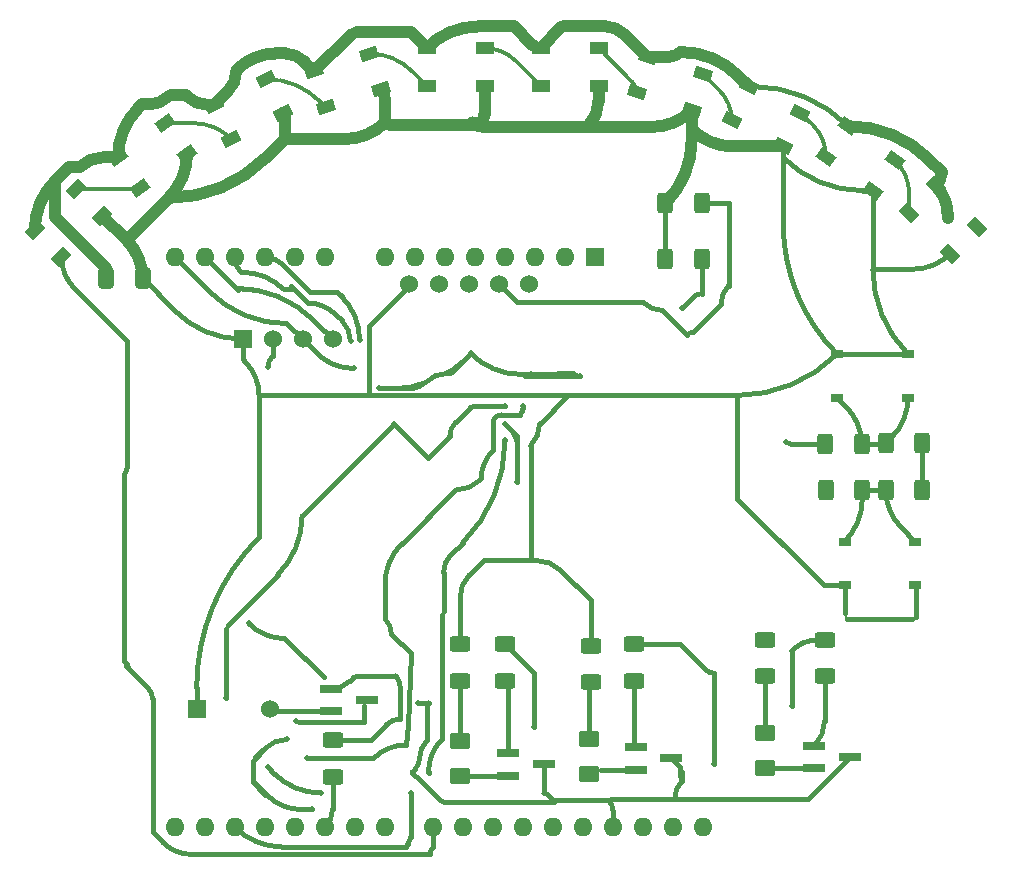
<source format=gbr>
%TF.GenerationSoftware,KiCad,Pcbnew,(5.99.0-13050-gf79cb382c4)*%
%TF.CreationDate,2021-11-18T10:13:38-08:00*%
%TF.ProjectId,S_Alarm,535f416c-6172-46d2-9e6b-696361645f70,rev?*%
%TF.SameCoordinates,Original*%
%TF.FileFunction,Copper,L1,Top*%
%TF.FilePolarity,Positive*%
%FSLAX46Y46*%
G04 Gerber Fmt 4.6, Leading zero omitted, Abs format (unit mm)*
G04 Created by KiCad (PCBNEW (5.99.0-13050-gf79cb382c4)) date 2021-11-18 10:13:38*
%MOMM*%
%LPD*%
G01*
G04 APERTURE LIST*
G04 Aperture macros list*
%AMRoundRect*
0 Rectangle with rounded corners*
0 $1 Rounding radius*
0 $2 $3 $4 $5 $6 $7 $8 $9 X,Y pos of 4 corners*
0 Add a 4 corners polygon primitive as box body*
4,1,4,$2,$3,$4,$5,$6,$7,$8,$9,$2,$3,0*
0 Add four circle primitives for the rounded corners*
1,1,$1+$1,$2,$3*
1,1,$1+$1,$4,$5*
1,1,$1+$1,$6,$7*
1,1,$1+$1,$8,$9*
0 Add four rect primitives between the rounded corners*
20,1,$1+$1,$2,$3,$4,$5,0*
20,1,$1+$1,$4,$5,$6,$7,0*
20,1,$1+$1,$6,$7,$8,$9,0*
20,1,$1+$1,$8,$9,$2,$3,0*%
%AMRotRect*
0 Rectangle, with rotation*
0 The origin of the aperture is its center*
0 $1 length*
0 $2 width*
0 $3 Rotation angle, in degrees counterclockwise*
0 Add horizontal line*
21,1,$1,$2,0,0,$3*%
G04 Aperture macros list end*
%TA.AperFunction,ComponentPad*%
%ADD10R,1.600000X1.600000*%
%TD*%
%TA.AperFunction,ComponentPad*%
%ADD11O,1.600000X1.600000*%
%TD*%
%TA.AperFunction,ComponentPad*%
%ADD12R,1.524000X1.524000*%
%TD*%
%TA.AperFunction,ComponentPad*%
%ADD13C,1.524000*%
%TD*%
%TA.AperFunction,SMDPad,CuDef*%
%ADD14RotRect,1.500000X1.000000X135.000000*%
%TD*%
%TA.AperFunction,SMDPad,CuDef*%
%ADD15RoundRect,0.250001X0.624999X-0.462499X0.624999X0.462499X-0.624999X0.462499X-0.624999X-0.462499X0*%
%TD*%
%TA.AperFunction,SMDPad,CuDef*%
%ADD16RotRect,1.500000X1.000000X198.000000*%
%TD*%
%TA.AperFunction,SMDPad,CuDef*%
%ADD17RoundRect,0.250000X0.412500X0.650000X-0.412500X0.650000X-0.412500X-0.650000X0.412500X-0.650000X0*%
%TD*%
%TA.AperFunction,SMDPad,CuDef*%
%ADD18RoundRect,0.250000X0.400000X0.625000X-0.400000X0.625000X-0.400000X-0.625000X0.400000X-0.625000X0*%
%TD*%
%TA.AperFunction,SMDPad,CuDef*%
%ADD19RoundRect,0.250000X0.625000X-0.400000X0.625000X0.400000X-0.625000X0.400000X-0.625000X-0.400000X0*%
%TD*%
%TA.AperFunction,SMDPad,CuDef*%
%ADD20R,1.000000X0.700000*%
%TD*%
%TA.AperFunction,SMDPad,CuDef*%
%ADD21RoundRect,0.250000X-0.625000X0.400000X-0.625000X-0.400000X0.625000X-0.400000X0.625000X0.400000X0*%
%TD*%
%TA.AperFunction,SMDPad,CuDef*%
%ADD22R,1.900000X0.800000*%
%TD*%
%TA.AperFunction,SMDPad,CuDef*%
%ADD23R,1.500000X1.000000*%
%TD*%
%TA.AperFunction,SMDPad,CuDef*%
%ADD24RotRect,1.500000X1.000000X216.000000*%
%TD*%
%TA.AperFunction,SMDPad,CuDef*%
%ADD25RotRect,1.500000X1.000000X225.000000*%
%TD*%
%TA.AperFunction,SMDPad,CuDef*%
%ADD26RoundRect,0.250000X-0.400000X-0.625000X0.400000X-0.625000X0.400000X0.625000X-0.400000X0.625000X0*%
%TD*%
%TA.AperFunction,SMDPad,CuDef*%
%ADD27RotRect,1.500000X1.000000X207.000000*%
%TD*%
%TA.AperFunction,SMDPad,CuDef*%
%ADD28RotRect,1.500000X1.000000X162.000000*%
%TD*%
%TA.AperFunction,SMDPad,CuDef*%
%ADD29RotRect,1.500000X1.000000X144.000000*%
%TD*%
%TA.AperFunction,SMDPad,CuDef*%
%ADD30RotRect,1.500000X1.000000X153.000000*%
%TD*%
%TA.AperFunction,ViaPad*%
%ADD31C,0.508000*%
%TD*%
%TA.AperFunction,Conductor*%
%ADD32C,0.450000*%
%TD*%
%TA.AperFunction,Conductor*%
%ADD33C,1.000000*%
%TD*%
%TA.AperFunction,Conductor*%
%ADD34C,0.350000*%
%TD*%
%TA.AperFunction,Conductor*%
%ADD35C,0.400000*%
%TD*%
%TA.AperFunction,Conductor*%
%ADD36C,0.152400*%
%TD*%
G04 APERTURE END LIST*
D10*
%TO.P,A1,1,NC*%
%TO.N,unconnected-(A1-Pad1)*%
X126111000Y-50800000D03*
D11*
%TO.P,A1,2,IOREF*%
%TO.N,unconnected-(A1-Pad2)*%
X123571000Y-50800000D03*
%TO.P,A1,3,~{RESET}*%
%TO.N,unconnected-(A1-Pad3)*%
X121031000Y-50800000D03*
%TO.P,A1,4,3V3*%
%TO.N,unconnected-(A1-Pad4)*%
X118491000Y-50800000D03*
%TO.P,A1,5,+5V*%
%TO.N,VDD*%
X115951000Y-50800000D03*
%TO.P,A1,6,GND*%
%TO.N,unconnected-(A1-Pad6)*%
X113411000Y-50800000D03*
%TO.P,A1,7,GND*%
%TO.N,unconnected-(A1-Pad7)*%
X110871000Y-50800000D03*
%TO.P,A1,8,VIN*%
%TO.N,unconnected-(A1-Pad8)*%
X108331000Y-50800000D03*
%TO.P,A1,9,A0*%
%TO.N,unconnected-(A1-Pad9)*%
X103251000Y-50800000D03*
%TO.P,A1,10,A1*%
%TO.N,unconnected-(A1-Pad10)*%
X100711000Y-50800000D03*
%TO.P,A1,11,A2*%
%TO.N,ENTER*%
X98171000Y-50800000D03*
%TO.P,A1,12,A3*%
%TO.N,SELECT*%
X95631000Y-50800000D03*
%TO.P,A1,13,SDA/A4*%
%TO.N,Net-(A1-Pad13)*%
X93091000Y-50800000D03*
%TO.P,A1,14,SCL/A5*%
%TO.N,Net-(A1-Pad14)*%
X90551000Y-50800000D03*
%TO.P,A1,15,D0/RX*%
%TO.N,unconnected-(A1-Pad15)*%
X90551000Y-99060000D03*
%TO.P,A1,16,D1/TX*%
%TO.N,unconnected-(A1-Pad16)*%
X93091000Y-99060000D03*
%TO.P,A1,17,D2*%
%TO.N,GSTR_INT*%
X95631000Y-99060000D03*
%TO.P,A1,18,D3*%
%TO.N,RTC_INT1*%
X98171000Y-99060000D03*
%TO.P,A1,19,D4*%
%TO.N,unconnected-(A1-Pad19)*%
X100711000Y-99060000D03*
%TO.P,A1,20,D5*%
%TO.N,BZR*%
X103251000Y-99060000D03*
%TO.P,A1,21,D6*%
%TO.N,unconnected-(A1-Pad21)*%
X105791000Y-99060000D03*
%TO.P,A1,22,D7*%
%TO.N,unconnected-(A1-Pad22)*%
X108331000Y-99060000D03*
%TO.P,A1,23,D8*%
%TO.N,LED_CNTRL*%
X112391000Y-99060000D03*
%TO.P,A1,24,D9*%
%TO.N,unconnected-(A1-Pad24)*%
X114931000Y-99060000D03*
%TO.P,A1,25,D10*%
%TO.N,PRG_IND*%
X117471000Y-99060000D03*
%TO.P,A1,26,D11*%
%TO.N,PWR_IND*%
X120011000Y-99060000D03*
%TO.P,A1,27,D12*%
%TO.N,unconnected-(A1-Pad27)*%
X122551000Y-99060000D03*
%TO.P,A1,28,D13*%
%TO.N,unconnected-(A1-Pad28)*%
X125091000Y-99060000D03*
%TO.P,A1,29,GND*%
%TO.N,GND*%
X127631000Y-99060000D03*
%TO.P,A1,30,AREF*%
%TO.N,unconnected-(A1-Pad30)*%
X130171000Y-99060000D03*
%TO.P,A1,31,SDA/A4*%
%TO.N,unconnected-(A1-Pad31)*%
X132711000Y-99060000D03*
%TO.P,A1,32,SCL/A5*%
%TO.N,unconnected-(A1-Pad32)*%
X135251000Y-99060000D03*
%TD*%
D12*
%TO.P,DS2,1,VCC*%
%TO.N,VDD*%
X96266000Y-57715000D03*
D13*
%TO.P,DS2,2,GND*%
%TO.N,GND*%
X98806000Y-57715000D03*
%TO.P,DS2,3,SCL*%
%TO.N,Net-(A1-Pad14)*%
X101346000Y-57715000D03*
%TO.P,DS2,4,SDA*%
%TO.N,Net-(A1-Pad13)*%
X103886000Y-57715000D03*
%TD*%
D14*
%TO.P,D3,1,VSS*%
%TO.N,GND*%
X154973959Y-44761218D03*
%TO.P,D3,2,DIN*%
%TO.N,Net-(D3-Pad2)*%
X152711218Y-47023959D03*
%TO.P,D3,3,VDD*%
%TO.N,VDD*%
X156176041Y-50488782D03*
%TO.P,D3,4,DOUT*%
%TO.N,unconnected-(D3-Pad4)*%
X158438782Y-48226041D03*
%TD*%
D15*
%TO.P,D12,1,K*%
%TO.N,Net-(D12-Pad1)*%
X140462000Y-94070500D03*
%TO.P,D12,2,A*%
%TO.N,Net-(D12-Pad2)*%
X140462000Y-91095500D03*
%TD*%
D16*
%TO.P,D9,1,VSS*%
%TO.N,GND*%
X102331484Y-35049401D03*
%TO.P,D9,2,DIN*%
%TO.N,Net-(D6-Pad4)*%
X103320339Y-38092782D03*
%TO.P,D9,3,VDD*%
%TO.N,VDD*%
X107980516Y-36578599D03*
%TO.P,D9,4,DOUT*%
%TO.N,Net-(D11-Pad2)*%
X106991661Y-33535218D03*
%TD*%
D17*
%TO.P,C1,1*%
%TO.N,VDD*%
X87795500Y-52578000D03*
%TO.P,C1,2*%
%TO.N,GND*%
X84670500Y-52578000D03*
%TD*%
D18*
%TO.P,R1,1*%
%TO.N,Net-(A1-Pad13)*%
X135154000Y-46228000D03*
%TO.P,R1,2*%
%TO.N,VDD*%
X132054000Y-46228000D03*
%TD*%
D19*
%TO.P,R7,1*%
%TO.N,Net-(Q3-Pad1)*%
X145542000Y-86259000D03*
%TO.P,R7,2*%
%TO.N,BUP_IND*%
X145542000Y-83159000D03*
%TD*%
D20*
%TO.P,SW2,1,COM_1*%
%TO.N,Net-(R4-Pad1)*%
X152605999Y-62683001D03*
%TO.P,SW2,2,COM_2*%
X146605999Y-62683001D03*
%TO.P,SW2,3,NO_1*%
%TO.N,VDD*%
X152605999Y-58983001D03*
%TO.P,SW2,4,NO_2*%
X146605999Y-58983001D03*
%TD*%
D19*
%TO.P,R6,1*%
%TO.N,Net-(Q2-Pad1)*%
X118491000Y-86640000D03*
%TO.P,R6,2*%
%TO.N,PRG_IND*%
X118491000Y-83540000D03*
%TD*%
D21*
%TO.P,R11,1*%
%TO.N,VDD*%
X114681000Y-83540000D03*
%TO.P,R11,2*%
%TO.N,Net-(D7-Pad2)*%
X114681000Y-86640000D03*
%TD*%
%TO.P,R12,1*%
%TO.N,V_CR3023*%
X140462000Y-83159000D03*
%TO.P,R12,2*%
%TO.N,Net-(D12-Pad2)*%
X140462000Y-86259000D03*
%TD*%
%TO.P,R10,1*%
%TO.N,VDD*%
X125730000Y-83667000D03*
%TO.P,R10,2*%
%TO.N,Net-(D2-Pad2)*%
X125730000Y-86767000D03*
%TD*%
D22*
%TO.P,Q4,1,B*%
%TO.N,Net-(Q4-Pad1)*%
X103783000Y-87315000D03*
%TO.P,Q4,2,C*%
%TO.N,Net-(BZ1-Pad2)*%
X103783000Y-89215000D03*
%TO.P,Q4,3,E*%
%TO.N,GND*%
X106783000Y-88265000D03*
%TD*%
D23*
%TO.P,D13,1,VSS*%
%TO.N,GND*%
X121502000Y-33071000D03*
%TO.P,D13,2,DIN*%
%TO.N,Net-(D11-Pad4)*%
X121502000Y-36271000D03*
%TO.P,D13,3,VDD*%
%TO.N,VDD*%
X126402000Y-36271000D03*
%TO.P,D13,4,DOUT*%
%TO.N,Net-(D10-Pad2)*%
X126402000Y-33071000D03*
%TD*%
D21*
%TO.P,R13,1*%
%TO.N,Net-(Q4-Pad1)*%
X103886000Y-91668000D03*
%TO.P,R13,2*%
%TO.N,BZR*%
X103886000Y-94768000D03*
%TD*%
D22*
%TO.P,Q2,1,B*%
%TO.N,Net-(Q2-Pad1)*%
X118769000Y-92776000D03*
%TO.P,Q2,2,C*%
%TO.N,Net-(D7-Pad1)*%
X118769000Y-94676000D03*
%TO.P,Q2,3,E*%
%TO.N,GND*%
X121769000Y-93726000D03*
%TD*%
D24*
%TO.P,D4,1,VSS*%
%TO.N,GND*%
X85723452Y-42309647D03*
%TO.P,D4,2,DIN*%
%TO.N,Net-(D1-Pad4)*%
X87604365Y-44898501D03*
%TO.P,D4,3,VDD*%
%TO.N,VDD*%
X91568548Y-42018353D03*
%TO.P,D4,4,DOUT*%
%TO.N,Net-(D4-Pad4)*%
X89687635Y-39429499D03*
%TD*%
D25*
%TO.P,D1,1,VSS*%
%TO.N,GND*%
X78670218Y-48480041D03*
%TO.P,D1,2,DIN*%
%TO.N,LED_CNTRL*%
X80932959Y-50742782D03*
%TO.P,D1,3,VDD*%
%TO.N,VDD*%
X84397782Y-47277959D03*
%TO.P,D1,4,DOUT*%
%TO.N,Net-(D1-Pad4)*%
X82135041Y-45015218D03*
%TD*%
D18*
%TO.P,R3,1*%
%TO.N,Net-(R3-Pad1)*%
X148739000Y-70485003D03*
%TO.P,R3,2*%
%TO.N,ENTER*%
X145639000Y-70485003D03*
%TD*%
D23*
%TO.P,D11,1,VSS*%
%TO.N,GND*%
X111850000Y-33071000D03*
%TO.P,D11,2,DIN*%
%TO.N,Net-(D11-Pad2)*%
X111850000Y-36271000D03*
%TO.P,D11,3,VDD*%
%TO.N,VDD*%
X116750000Y-36271000D03*
%TO.P,D11,4,DOUT*%
%TO.N,Net-(D11-Pad4)*%
X116750000Y-33071000D03*
%TD*%
D26*
%TO.P,R9,1*%
%TO.N,Net-(R4-Pad1)*%
X150719000Y-66548002D03*
%TO.P,R9,2*%
%TO.N,GND*%
X153819000Y-66548002D03*
%TD*%
D27*
%TO.P,D6,1,VSS*%
%TO.N,GND*%
X93864649Y-37913666D03*
%TO.P,D6,2,DIN*%
%TO.N,Net-(D4-Pad4)*%
X95317419Y-40764887D03*
%TO.P,D6,3,VDD*%
%TO.N,VDD*%
X99683351Y-38540334D03*
%TO.P,D6,4,DOUT*%
%TO.N,Net-(D6-Pad4)*%
X98230581Y-35689113D03*
%TD*%
D19*
%TO.P,R5,1*%
%TO.N,Net-(Q1-Pad1)*%
X129413000Y-86640000D03*
%TO.P,R5,2*%
%TO.N,PWR_IND*%
X129413000Y-83540000D03*
%TD*%
D28*
%TO.P,D10,1,VSS*%
%TO.N,GND*%
X130625339Y-33789218D03*
%TO.P,D10,2,DIN*%
%TO.N,Net-(D10-Pad2)*%
X129636484Y-36832599D03*
%TO.P,D10,3,VDD*%
%TO.N,VDD*%
X134296661Y-38346782D03*
%TO.P,D10,4,DOUT*%
%TO.N,Net-(D10-Pad4)*%
X135285516Y-35303401D03*
%TD*%
D29*
%TO.P,D5,1,VSS*%
%TO.N,GND*%
X147548365Y-39683499D03*
%TO.P,D5,2,DIN*%
%TO.N,Net-(D5-Pad2)*%
X145667452Y-42272353D03*
%TO.P,D5,3,VDD*%
%TO.N,VDD*%
X149631635Y-45152501D03*
%TO.P,D5,4,DOUT*%
%TO.N,Net-(D3-Pad2)*%
X151512548Y-42563647D03*
%TD*%
D26*
%TO.P,R8,1*%
%TO.N,Net-(R3-Pad1)*%
X150719001Y-70485003D03*
%TO.P,R8,2*%
%TO.N,GND*%
X153819001Y-70485003D03*
%TD*%
D15*
%TO.P,D2,1,K*%
%TO.N,Net-(D2-Pad1)*%
X125603000Y-94578500D03*
%TO.P,D2,2,A*%
%TO.N,Net-(D2-Pad2)*%
X125603000Y-91603500D03*
%TD*%
D18*
%TO.P,R4,1*%
%TO.N,Net-(R4-Pad1)*%
X148682002Y-66617003D03*
%TO.P,R4,2*%
%TO.N,SELECT*%
X145582002Y-66617003D03*
%TD*%
%TO.P,R2,1*%
%TO.N,Net-(A1-Pad14)*%
X135154000Y-50927000D03*
%TO.P,R2,2*%
%TO.N,VDD*%
X132054000Y-50927000D03*
%TD*%
D30*
%TO.P,D8,1,VSS*%
%TO.N,GND*%
X139132419Y-36324113D03*
%TO.P,D8,2,DIN*%
%TO.N,Net-(D10-Pad4)*%
X137679649Y-39175334D03*
%TO.P,D8,3,VDD*%
%TO.N,VDD*%
X142045581Y-41399887D03*
%TO.P,D8,4,DOUT*%
%TO.N,Net-(D5-Pad2)*%
X143498351Y-38548666D03*
%TD*%
D15*
%TO.P,D7,1,K*%
%TO.N,Net-(D7-Pad1)*%
X114681000Y-94705500D03*
%TO.P,D7,2,A*%
%TO.N,Net-(D7-Pad2)*%
X114681000Y-91730500D03*
%TD*%
D22*
%TO.P,Q3,1,B*%
%TO.N,Net-(Q3-Pad1)*%
X144677000Y-92141000D03*
%TO.P,Q3,2,C*%
%TO.N,Net-(D12-Pad1)*%
X144677000Y-94041000D03*
%TO.P,Q3,3,E*%
%TO.N,GND*%
X147677000Y-93091000D03*
%TD*%
D13*
%TO.P,U1,1,VIN*%
%TO.N,VDD*%
X110395000Y-53086000D03*
%TO.P,U1,2,GND*%
%TO.N,GND*%
X112935000Y-53086000D03*
%TO.P,U1,3,SCL*%
%TO.N,Net-(A1-Pad14)*%
X115475000Y-53086000D03*
%TO.P,U1,4,SDA*%
%TO.N,Net-(A1-Pad13)*%
X118015000Y-53086000D03*
%TO.P,U1,5,INT*%
%TO.N,GSTR_INT*%
X120555000Y-53086000D03*
%TD*%
D12*
%TO.P,BZ1,1,-*%
%TO.N,VDD*%
X92377000Y-89027000D03*
D13*
%TO.P,BZ1,2,+*%
%TO.N,Net-(BZ1-Pad2)*%
X98627000Y-89027000D03*
%TD*%
D22*
%TO.P,Q1,1,B*%
%TO.N,Net-(Q1-Pad1)*%
X129564000Y-92268000D03*
%TO.P,Q1,2,C*%
%TO.N,Net-(D2-Pad1)*%
X129564000Y-94168000D03*
%TO.P,Q1,3,E*%
%TO.N,GND*%
X132564000Y-93218000D03*
%TD*%
D20*
%TO.P,SW1,1,COM_1*%
%TO.N,Net-(R3-Pad1)*%
X147237000Y-74858000D03*
%TO.P,SW1,2,COM_2*%
X153237000Y-74858000D03*
%TO.P,SW1,3,NO_1*%
%TO.N,VDD*%
X147237000Y-78558000D03*
%TO.P,SW1,4,NO_2*%
X153237000Y-78558000D03*
%TD*%
D31*
%TO.N,GSTR_INT*%
X112014000Y-94488000D03*
X110490000Y-96139000D03*
X118491000Y-66294000D03*
%TO.N,VDD*%
X98425000Y-93980000D03*
X102870000Y-96139000D03*
%TO.N,PRG_IND*%
X120904000Y-90551000D03*
%TO.N,PWR_IND*%
X136144000Y-93726000D03*
%TO.N,ENTER*%
X119507000Y-69850000D03*
X118491000Y-64897000D03*
X145796000Y-70612000D03*
X106172000Y-57785000D03*
%TO.N,SELECT*%
X105410000Y-57912000D03*
X142240000Y-66421000D03*
%TO.N,Net-(A1-Pad13)*%
X118491000Y-63373000D03*
X94869000Y-88138000D03*
X109093000Y-64897000D03*
%TO.N,GND*%
X100800000Y-90081000D03*
X155956000Y-47498000D03*
X111125000Y-88519000D03*
X153819000Y-66548002D03*
X84670500Y-52578000D03*
X106783000Y-88265000D03*
X98425000Y-60071000D03*
%TO.N,Net-(A1-Pad14)*%
X101727000Y-93218000D03*
X120015000Y-63373000D03*
X120650000Y-60706000D03*
X124841000Y-60833000D03*
X115570000Y-58928000D03*
X133477000Y-55118000D03*
X105664000Y-60198000D03*
X107823000Y-61849000D03*
%TO.N,V_CR3023*%
X103162500Y-86360000D03*
X96774000Y-81788000D03*
X140462000Y-83159000D03*
%TO.N,BUP_IND*%
X100000000Y-91610000D03*
X102108000Y-97536000D03*
X142748000Y-88773000D03*
%TD*%
D32*
%TO.N,VDD*%
X142045581Y-42358419D02*
G75*
G03*
X148791091Y-45152501I6745510J6745510D01*
G01*
X149631635Y-45152501D02*
X148791091Y-45152501D01*
X142045581Y-42358419D02*
X142045581Y-47973179D01*
X142045581Y-41399887D02*
X142045581Y-42358419D01*
X146605999Y-58983001D02*
X152605999Y-58983001D01*
X153005044Y-51802252D02*
X149631635Y-51802252D01*
X153005044Y-51802252D02*
G75*
G03*
X156176041Y-50488782I0J4484466D01*
G01*
X152605999Y-58983001D02*
G75*
G02*
X149631635Y-51802252I7180738J7180745D01*
G01*
X149631635Y-45152501D02*
X149631635Y-51802252D01*
X146605999Y-58983001D02*
G75*
G02*
X142045581Y-47973179I11009813J11009819D01*
G01*
X96266000Y-57715000D02*
G75*
G02*
X90575359Y-55357859I-2J8047775D01*
G01*
X87795500Y-52578000D02*
X90575359Y-55357859D01*
%TO.N,Net-(A1-Pad14)*%
X110236000Y-90424000D02*
X110515889Y-84390501D01*
X110109000Y-92075000D02*
X110236000Y-90424000D01*
%TO.N,Net-(Q4-Pad1)*%
X103783000Y-87315000D02*
G75*
G03*
X105363782Y-86660218I1J2235559D01*
G01*
X105664000Y-86360000D02*
G75*
G02*
X105970605Y-86233000I306605J-306604D01*
G01*
X109220000Y-86233000D02*
X105970605Y-86233000D01*
X109220000Y-86233000D02*
G75*
G02*
X109601000Y-87152815I-919808J-919812D01*
G01*
X105664000Y-86360000D02*
X105363782Y-86660218D01*
X109601000Y-89885185D02*
X109601000Y-87152815D01*
%TO.N,GND*%
X110647816Y-94435395D02*
X111252000Y-95039580D01*
X110647816Y-94435395D02*
G75*
G02*
X110617000Y-94361000I74392J74395D01*
G01*
X110899171Y-94078828D02*
X110617000Y-94361000D01*
X110899171Y-94078828D02*
G75*
G03*
X111252000Y-93227025I-851796J851801D01*
G01*
X112014000Y-88519000D02*
X111125000Y-88519000D01*
X111887000Y-91694000D02*
X111887000Y-88825605D01*
X112014000Y-88519000D02*
G75*
G03*
X111887000Y-88825605I306604J-306605D01*
G01*
X111887000Y-91694000D02*
G75*
G03*
X111252000Y-93227025I1533024J-1533025D01*
G01*
%TO.N,Net-(A1-Pad13)*%
X113813791Y-65938528D02*
G75*
G02*
X114296264Y-64773736I1647263J0D01*
G01*
X115570000Y-63500000D02*
G75*
G02*
X115876605Y-63373000I306605J-306604D01*
G01*
X115570000Y-63500000D02*
X114296264Y-64773736D01*
X118491000Y-63373000D02*
X115876605Y-63373000D01*
%TO.N,Net-(A1-Pad14)*%
X118215210Y-64135000D02*
X119761000Y-64135000D01*
X120015000Y-63521790D02*
G75*
G02*
X119761000Y-64135000I-867199J-4D01*
G01*
X120015000Y-63521790D02*
X120015000Y-63373000D01*
X118215210Y-64135001D02*
G75*
G03*
X117602000Y-64389000I0J-867210D01*
G01*
X117602000Y-64389000D02*
G75*
G03*
X117475000Y-64695605I306604J-306605D01*
G01*
X117475000Y-67143160D02*
X117475000Y-64695605D01*
%TO.N,Net-(A1-Pad13)*%
X134411103Y-57104897D02*
X136779000Y-54737000D01*
X133858000Y-57334000D02*
G75*
G03*
X134411103Y-57104897I1J782202D01*
G01*
%TO.N,SELECT*%
X101426777Y-54309777D02*
X100330000Y-53213000D01*
%TO.N,GND*%
X139132419Y-36324113D02*
X139438090Y-36324113D01*
X147548365Y-39683499D02*
G75*
G03*
X139438090Y-36324113I-8110276J-8110276D01*
G01*
D33*
X154973959Y-44761218D02*
G75*
G02*
X155956000Y-47132074I-2370854J-2370855D01*
G01*
X155956000Y-47498000D02*
X155956000Y-47132074D01*
%TO.N,VDD*%
X134296661Y-39947339D02*
G75*
G03*
X137803422Y-41399887I3506762J3506763D01*
G01*
X142045581Y-41399887D02*
X137803422Y-41399887D01*
X134296661Y-39947339D02*
X134296661Y-40813738D01*
X134296661Y-38346782D02*
X134296661Y-39947339D01*
X132054000Y-46228000D02*
G75*
G03*
X134296661Y-40813738I-5414257J5414260D01*
G01*
X134296661Y-38346782D02*
G75*
G02*
X130906579Y-39751000I-3390081J3390078D01*
G01*
X125476000Y-39751000D02*
X130906579Y-39751000D01*
X115718790Y-39370000D02*
G75*
G03*
X116638605Y-39751000I919817J919820D01*
G01*
X125476000Y-39751000D02*
X116638605Y-39751000D01*
X125476000Y-39751000D02*
G75*
G03*
X126402000Y-37515439I-2235558J2235560D01*
G01*
X126402000Y-36271000D02*
X126402000Y-37515439D01*
X108331000Y-39370000D02*
G75*
G03*
X108944210Y-39624000I613210J613209D01*
G01*
X116332000Y-39624000D02*
X108944210Y-39624000D01*
X116749999Y-38614859D02*
G75*
G02*
X116331999Y-39623999I-1427140J0D01*
G01*
X116750000Y-38614859D02*
X116750000Y-36271000D01*
X116332000Y-39624000D02*
G75*
G03*
X115718790Y-39370000I-613210J-613209D01*
G01*
X108331000Y-39370000D02*
X108331000Y-37424742D01*
X107980516Y-36578599D02*
G75*
G02*
X108331000Y-37424742I-846135J-846140D01*
G01*
X108331000Y-39370000D02*
G75*
G02*
X104958344Y-40767000I-3372654J3372652D01*
G01*
X99822000Y-40767000D02*
X104958344Y-40767000D01*
X99822000Y-40767000D02*
X99822000Y-38875062D01*
X98225130Y-42363870D02*
X99822000Y-40767000D01*
X98225130Y-42363870D02*
G75*
G02*
X90017166Y-45763720I-8207963J8207962D01*
G01*
X99683351Y-38540334D02*
G75*
G02*
X99822000Y-38875062I-334722J-334726D01*
G01*
X91568548Y-42018353D02*
G75*
G02*
X90017166Y-45763720I-5296748J0D01*
G01*
X86450355Y-49330531D02*
X90017166Y-45763720D01*
X86450355Y-49330531D02*
X84397782Y-47277959D01*
X86450355Y-49330531D02*
G75*
G02*
X87795500Y-52578000I-3247476J-3247471D01*
G01*
%TO.N,GND*%
X80392914Y-47400414D02*
X80392914Y-44321086D01*
X84670500Y-51678000D02*
X80392914Y-47400414D01*
X84670500Y-52578000D02*
X84670500Y-51678000D01*
X78670219Y-48480041D02*
G75*
G02*
X80392915Y-44321087I5881644J2D01*
G01*
X81534000Y-43180000D02*
X80392914Y-44321086D01*
X82423000Y-43180000D02*
X81534000Y-43180000D01*
X82423000Y-43180000D02*
G75*
G02*
X84524218Y-42309647I2101214J-2101207D01*
G01*
X85723452Y-42309647D02*
X84524218Y-42309647D01*
X87757000Y-37846000D02*
X87441792Y-38161208D01*
X88382975Y-37846000D02*
X87757000Y-37846000D01*
X88382975Y-37846000D02*
G75*
G03*
X89916000Y-37211000I2J2168019D01*
G01*
X91440000Y-37084000D02*
X90222605Y-37084000D01*
X89916000Y-37211000D02*
G75*
G02*
X90222605Y-37084000I306605J-306604D01*
G01*
X91440000Y-37084000D02*
G75*
G03*
X93442990Y-37913666I2002990J2002989D01*
G01*
X85723453Y-42309647D02*
G75*
G02*
X87441793Y-38161209I5866777J0D01*
G01*
X93864649Y-37913666D02*
X93442990Y-37913666D01*
X94983495Y-36794820D02*
X93864649Y-37913666D01*
X101508763Y-34226680D02*
G75*
G03*
X99822000Y-33528000I-1686762J-1686761D01*
G01*
X99130656Y-33528001D02*
G75*
G03*
X95758001Y-34925001I3J-4769662D01*
G01*
X101508763Y-34226680D02*
X102331484Y-35049401D01*
X99130656Y-33528000D02*
X99822000Y-33528000D01*
X95757999Y-34925000D02*
G75*
G02*
X94983494Y-36794819I-2644317J-3D01*
G01*
X110529000Y-31750000D02*
X111850000Y-33071000D01*
X105427864Y-31953021D02*
G75*
G02*
X105918000Y-31750000I490133J-490130D01*
G01*
X105427864Y-31953021D02*
X102331484Y-35049401D01*
X110529000Y-31750000D02*
X105918000Y-31750000D01*
X120785015Y-32774015D02*
X119253000Y-31242000D01*
X119253000Y-31242000D02*
X116265596Y-31242000D01*
X120785015Y-32774015D02*
G75*
G03*
X121502000Y-33071000I716985J716984D01*
G01*
X111850000Y-33071000D02*
G75*
G02*
X116265596Y-31242000I4415594J-4415590D01*
G01*
X123251097Y-31321903D02*
X121502000Y-33071000D01*
X123251097Y-31321903D02*
G75*
G02*
X123444000Y-31242000I192903J-192903D01*
G01*
X126990975Y-31242000D02*
X123444000Y-31242000D01*
X126990975Y-31242000D02*
G75*
G02*
X128524000Y-31877000I2J-2168019D01*
G01*
X130302490Y-33655489D02*
X128524000Y-31877000D01*
X132412759Y-33789218D02*
X130625339Y-33789218D01*
X138231140Y-35422835D02*
X139132419Y-36324113D01*
X138231140Y-35422835D02*
G75*
G03*
X133350000Y-33401000I-4881141J-4881140D01*
G01*
X133350000Y-33401000D02*
G75*
G02*
X132412759Y-33789218I-937239J937235D01*
G01*
X154973959Y-44761218D02*
G75*
G03*
X155448000Y-43616782I-1144434J1144435D01*
G01*
X154414577Y-42527577D02*
X155448000Y-43561000D01*
X154414577Y-42527577D02*
G75*
G03*
X147548365Y-39683499I-6866213J-6866215D01*
G01*
X155448000Y-43561000D02*
X155448000Y-43616782D01*
D34*
%TO.N,Net-(D10-Pad2)*%
X129263757Y-35932758D02*
X126402000Y-33071000D01*
X129263757Y-35932758D02*
G75*
G02*
X129636484Y-36832599I-899830J-899837D01*
G01*
%TO.N,Net-(D10-Pad4)*%
X136634687Y-36652571D02*
X135285516Y-35303401D01*
X136634687Y-36652571D02*
G75*
G02*
X137679649Y-39175334I-2522770J-2522765D01*
G01*
%TO.N,Net-(D5-Pad2)*%
X144568194Y-39618508D02*
X143498351Y-38548666D01*
X144568194Y-39618508D02*
G75*
G02*
X145667452Y-42272353I-2653851J-2653847D01*
G01*
%TO.N,Net-(D3-Pad2)*%
X151512548Y-42563647D02*
G75*
G02*
X152711218Y-45457492I-2893845J-2893845D01*
G01*
X152711218Y-47023959D02*
X152711218Y-45457492D01*
%TO.N,Net-(D11-Pad4)*%
X119399429Y-34168430D02*
X121502000Y-36271000D01*
X119399429Y-34168430D02*
G75*
G03*
X116750000Y-33071000I-2649430J-2649428D01*
G01*
%TO.N,Net-(D11-Pad2)*%
X110615093Y-35036092D02*
G75*
G03*
X106991661Y-33535218I-3623435J-3623441D01*
G01*
X110615093Y-35036092D02*
X111850000Y-36271000D01*
%TO.N,Net-(D6-Pad4)*%
X102816021Y-37588465D02*
X103320339Y-38092782D01*
X102816021Y-37588465D02*
G75*
G03*
X98230581Y-35689113I-4585438J-4585434D01*
G01*
%TO.N,Net-(D4-Pad4)*%
X95317419Y-40764887D02*
G75*
G03*
X92093508Y-39429499I-3223911J-3223910D01*
G01*
X89687635Y-39429499D02*
X92093508Y-39429499D01*
%TO.N,Net-(D1-Pad4)*%
X87604365Y-44898501D02*
G75*
G02*
X87322586Y-45015218I-281777J281773D01*
G01*
X82135041Y-45015218D02*
X87322586Y-45015218D01*
D32*
%TO.N,GSTR_INT*%
X113284000Y-77597000D02*
X113284000Y-77479025D01*
X113157000Y-91601554D02*
X113157000Y-84963000D01*
D35*
X110236000Y-100457000D02*
X110198803Y-100494197D01*
D32*
X113284000Y-80772000D02*
X113284000Y-77597000D01*
X113919000Y-75946000D02*
X114898929Y-74966072D01*
D35*
X112014000Y-94488000D02*
X112014000Y-94361000D01*
D32*
X110109000Y-100711000D02*
X99616866Y-100711000D01*
D35*
X110490000Y-99695000D02*
X110490000Y-99843790D01*
X118491000Y-66294000D02*
X118491000Y-66294046D01*
D32*
X113157000Y-84963000D02*
X113157000Y-81078605D01*
X110490000Y-96139000D02*
X110490000Y-99695000D01*
X110490000Y-99695000D02*
X110490000Y-99791185D01*
D36*
X113284000Y-80772000D02*
G75*
G03*
X113157000Y-81078605I306600J-306603D01*
G01*
D35*
X114898929Y-74966072D02*
G75*
G03*
X118491000Y-66294046I-8672030J8672028D01*
G01*
X110109000Y-100711000D02*
G75*
G02*
X110198803Y-100494197I306600J2D01*
G01*
X110236000Y-100457000D02*
G75*
G03*
X110490000Y-99843790I-613209J613210D01*
G01*
X113157000Y-91601554D02*
G75*
G03*
X112014000Y-94361000I2759448J-2759447D01*
G01*
D36*
X110109000Y-100711000D02*
G75*
G03*
X110490000Y-99791185I-919820J919817D01*
G01*
D35*
X113919000Y-75946000D02*
G75*
G03*
X113284000Y-77479025I1533024J-1533025D01*
G01*
X95631000Y-99060000D02*
G75*
G03*
X99616866Y-100711000I3985867J3985867D01*
G01*
D32*
%TO.N,VDD*%
X147237000Y-78558000D02*
X145470848Y-78558000D01*
D35*
X98967554Y-94522554D02*
X98425000Y-93980000D01*
X116691210Y-76454000D02*
X115464790Y-77680420D01*
X138153840Y-62484000D02*
X137922000Y-62484000D01*
D32*
X97663000Y-74512898D02*
X97663000Y-62484000D01*
X123735198Y-62573803D02*
X121412000Y-64897000D01*
X121158000Y-76454000D02*
X120650000Y-76454000D01*
X152982395Y-81407000D02*
X147447000Y-81407000D01*
X114681000Y-79572656D02*
X114681000Y-83540000D01*
X92377000Y-87274430D02*
X92377000Y-89027000D01*
D35*
X125730000Y-79839420D02*
X123183619Y-77293039D01*
D32*
X97663000Y-62484000D02*
X106934000Y-62484000D01*
D35*
X138153840Y-71240992D02*
X138153840Y-62484000D01*
D32*
X153289000Y-78683539D02*
X153289000Y-81280000D01*
X147237000Y-80900016D02*
X147237000Y-78558000D01*
D35*
X145470848Y-78558000D02*
X138153840Y-71240992D01*
D32*
X96266000Y-59417949D02*
X96266000Y-57715000D01*
X120650000Y-66736630D02*
X120650000Y-76454000D01*
X125730000Y-79839420D02*
X125730000Y-83667000D01*
X126365000Y-62484000D02*
X137922000Y-62484000D01*
X123952000Y-62484000D02*
X126365000Y-62484000D01*
X106934000Y-56607446D02*
X106934000Y-62484000D01*
X132054000Y-46228000D02*
X132054000Y-50927000D01*
X123741580Y-62484000D02*
X123952000Y-62484000D01*
D35*
X110352258Y-53189188D02*
X106934000Y-56607446D01*
X96482803Y-59634751D02*
X96266000Y-59417949D01*
D32*
X106934000Y-62484000D02*
X123741580Y-62484000D01*
X120650000Y-76454000D02*
X116691210Y-76454000D01*
D36*
X147237001Y-80900016D02*
G75*
G03*
X147447001Y-81406999I716985J1D01*
G01*
D35*
X96482803Y-59634751D02*
G75*
G02*
X97663000Y-62484000I-2849250J-2849249D01*
G01*
D36*
X152982395Y-81407000D02*
G75*
G03*
X153289000Y-81280000I-3J433611D01*
G01*
D35*
X114681000Y-79572656D02*
G75*
G02*
X115464790Y-77680420I2676015J4D01*
G01*
D36*
X126402000Y-36271000D02*
G75*
G02*
X126733633Y-37071632I-800628J-800631D01*
G01*
D35*
X97663000Y-74512898D02*
G75*
G03*
X92377000Y-87274430I12761525J-12761530D01*
G01*
X138153840Y-62484000D02*
G75*
G03*
X146605999Y-58983001I1J11953155D01*
G01*
X121158000Y-76454000D02*
G75*
G02*
X123183619Y-77293039I0J-2864657D01*
G01*
X120650000Y-66736630D02*
G75*
G03*
X121412000Y-64897000I-1839628J1839630D01*
G01*
X98967554Y-94522554D02*
G75*
G03*
X102870000Y-96139000I3902447J3902448D01*
G01*
X110352258Y-53189188D02*
G75*
G03*
X110395000Y-53086000I-103184J103187D01*
G01*
%TO.N,LED_CNTRL*%
X89513210Y-100330000D02*
X88646000Y-99462790D01*
X86497895Y-85227895D02*
X86233000Y-84963000D01*
D32*
X88646000Y-99462790D02*
X88646000Y-88168815D01*
X88265000Y-87249000D02*
X86677500Y-85661500D01*
X86677500Y-85661500D02*
X86412606Y-85396606D01*
X86487000Y-68580000D02*
X86487000Y-57899235D01*
X112141000Y-101346000D02*
X91966051Y-101346000D01*
D35*
X82066035Y-53478271D02*
X86487000Y-57899235D01*
D32*
X86233000Y-84963000D02*
X86233000Y-69193210D01*
X112391000Y-99060000D02*
X112391000Y-100742447D01*
D35*
X86497895Y-85227895D02*
G75*
G02*
X86677500Y-85661500I-433609J-433606D01*
G01*
X82066035Y-53478271D02*
G75*
G02*
X80932959Y-50742782I2735492J2735489D01*
G01*
X112391000Y-100742447D02*
G75*
G03*
X112141000Y-101346000I603556J-603555D01*
G01*
X88265000Y-87249000D02*
G75*
G02*
X88646000Y-88168815I-919808J-919812D01*
G01*
X86233000Y-69193210D02*
G75*
G03*
X86487000Y-68580000I-613209J613210D01*
G01*
D36*
X86233001Y-84963000D02*
G75*
G03*
X86412607Y-85396605I613215J2D01*
G01*
D35*
X89513210Y-100330000D02*
G75*
G03*
X91966051Y-101346000I2452842J2452843D01*
G01*
D32*
%TO.N,BZR*%
X103886000Y-94768000D02*
X103886000Y-97409000D01*
D35*
X103886000Y-97409000D02*
X103886000Y-97526975D01*
X103251000Y-99060000D02*
G75*
G03*
X103886000Y-97526975I-1533024J1533025D01*
G01*
D32*
%TO.N,PRG_IND*%
X118491000Y-83540000D02*
X120904000Y-85953000D01*
X120904000Y-85953000D02*
X120904000Y-90551000D01*
D35*
%TO.N,PWR_IND*%
X135468020Y-85708025D02*
X133299995Y-83540000D01*
D32*
X136144000Y-85988025D02*
X136144000Y-93726000D01*
X129413000Y-83540000D02*
X133299995Y-83540000D01*
D35*
X135468020Y-85708025D02*
G75*
G03*
X136144000Y-85988025I675981J675983D01*
G01*
D32*
%TO.N,ENTER*%
X104267000Y-53721000D02*
X104645356Y-54099356D01*
D35*
X102730235Y-53721000D02*
X102002951Y-53721000D01*
X119507000Y-65912999D02*
X118558040Y-64964039D01*
D32*
X102730235Y-53721000D02*
X104267000Y-53721000D01*
X119507000Y-67349840D02*
X119507000Y-69850000D01*
D35*
X102002951Y-53721000D02*
X99726091Y-51444140D01*
X119507000Y-67349840D02*
X119507000Y-65912999D01*
X98171000Y-50800000D02*
G75*
G02*
X99726091Y-51444140I-1J-2199232D01*
G01*
D36*
X119506999Y-67349840D02*
G75*
G03*
X118490999Y-64897001I-3468838J0D01*
G01*
D35*
X104645356Y-54099356D02*
G75*
G02*
X106172000Y-57785000I-3685634J-3685640D01*
G01*
%TO.N,SELECT*%
X100614813Y-53497814D02*
X99736337Y-53497814D01*
X96289290Y-52070000D02*
X96139000Y-52070000D01*
X104691580Y-56177579D02*
X104648000Y-56134000D01*
D32*
X104648000Y-56134000D02*
X104155408Y-55641408D01*
D35*
X95631000Y-50843580D02*
X95631000Y-50800000D01*
X101770581Y-54653580D02*
X101770579Y-54653580D01*
D32*
X145582002Y-66617003D02*
X142713193Y-66617003D01*
X101770579Y-54653580D02*
X101426777Y-54309777D01*
D35*
X95631000Y-50843580D02*
G75*
G03*
X96139000Y-52070000I1734426J3D01*
G01*
X142713193Y-66617003D02*
G75*
G03*
X142240000Y-66421000I-473191J-473188D01*
G01*
X101770581Y-54653580D02*
G75*
G02*
X104155408Y-55641408I0J-3372653D01*
G01*
X96289290Y-52070001D02*
G75*
G02*
X99736336Y-53497815I0J-4874859D01*
G01*
X104691580Y-56177579D02*
G75*
G02*
X105410000Y-57912000I-1734419J-1734419D01*
G01*
D32*
%TO.N,Net-(A1-Pad13)*%
X101308803Y-72681198D02*
X109093000Y-64897000D01*
X94869000Y-88138000D02*
X94869000Y-82221605D01*
X93091000Y-50800000D02*
X95694500Y-53403500D01*
X98996500Y-77914500D02*
X99243343Y-77667657D01*
X111974159Y-67778159D02*
X109093000Y-64897000D01*
X137414000Y-46228000D02*
X137414000Y-53203975D01*
D35*
X118015000Y-53086000D02*
X119470080Y-54541080D01*
X113813791Y-65938528D02*
X111974159Y-67778159D01*
D32*
X102481498Y-56310497D02*
X103886000Y-57715000D01*
X130175000Y-54610000D02*
X121694261Y-54610000D01*
X135154000Y-46228000D02*
X137414000Y-46228000D01*
X94996000Y-81915000D02*
X98996500Y-77914500D01*
D35*
X119470080Y-54541080D02*
X122301000Y-54541080D01*
D32*
X95694500Y-53403500D02*
X95857923Y-53566923D01*
D35*
X99243345Y-77667655D02*
X98996500Y-77914500D01*
X102481498Y-56310497D02*
X102318076Y-56147075D01*
D32*
X133858000Y-57334000D02*
X131812116Y-55288116D01*
D35*
X137414000Y-53203975D02*
G75*
G03*
X136779000Y-54737000I1533024J-1533025D01*
G01*
D36*
X94996000Y-81915000D02*
G75*
G03*
X94869000Y-82221605I306604J-306605D01*
G01*
D35*
X95694500Y-53403501D02*
G75*
G02*
X102318076Y-56147075I1J-9367149D01*
G01*
X130175000Y-54610000D02*
G75*
G03*
X131812116Y-55288116I1637115J1637112D01*
G01*
D36*
X101308803Y-72681198D02*
G75*
G03*
X101219000Y-72898000I216797J-216801D01*
G01*
X101218999Y-72898000D02*
G75*
G02*
X99243342Y-77667656I-6745312J0D01*
G01*
X102481498Y-56310497D02*
G75*
G03*
X95857923Y-53566923I-6623576J-6623580D01*
G01*
D35*
X99243345Y-77667655D02*
G75*
G03*
X101308803Y-72681198I-4986457J4986457D01*
G01*
D32*
%TO.N,GND*%
X98806000Y-57715000D02*
X98806000Y-59151185D01*
X127631000Y-97684158D02*
X127631000Y-99060000D01*
X133477000Y-95113975D02*
X133477000Y-94361000D01*
X121769000Y-96155454D02*
X121769000Y-93726000D01*
X106553000Y-88820269D02*
X106553000Y-90170000D01*
X133314365Y-93968366D02*
X132564000Y-93218000D01*
X144121000Y-96647000D02*
X132715000Y-96647000D01*
D35*
X133314365Y-93968366D02*
X133314365Y-94721340D01*
X112986420Y-96774000D02*
X111252000Y-95039580D01*
D32*
X122629395Y-96901000D02*
X113293025Y-96901000D01*
X129189815Y-96647000D02*
X132715000Y-96647000D01*
X122936000Y-96774000D02*
X127254000Y-96774000D01*
X106553000Y-90170000D02*
X101014865Y-90170000D01*
X121502000Y-32684746D02*
X121502000Y-33071000D01*
X122533210Y-96774000D02*
X122936000Y-96774000D01*
X147677000Y-93091000D02*
X144121000Y-96647000D01*
D35*
X122017664Y-96258454D02*
X122533210Y-96774000D01*
X129189815Y-96647000D02*
X127560605Y-96647000D01*
D32*
X132715000Y-96647000D02*
X132842000Y-96647000D01*
X153819001Y-70485003D02*
X153819000Y-66548002D01*
D35*
X127254000Y-96774000D02*
G75*
G02*
X127560605Y-96647000I306605J-306604D01*
G01*
X98806000Y-59151185D02*
G75*
G03*
X98425000Y-60071000I919820J-919817D01*
G01*
D36*
X122629395Y-96901000D02*
G75*
G03*
X122936000Y-96774000I0J433604D01*
G01*
X100800000Y-90081000D02*
G75*
G03*
X101014865Y-90170000I214864J214862D01*
G01*
X133314365Y-93968366D02*
G75*
G02*
X133477000Y-94361000I-392627J-392632D01*
G01*
D35*
X122017664Y-96258454D02*
G75*
G03*
X121769000Y-96155454I-248665J-248666D01*
G01*
X127254000Y-96774000D02*
G75*
G02*
X127631000Y-97684158I-910156J-910157D01*
G01*
X112986420Y-96774000D02*
G75*
G03*
X113293025Y-96901000I306605J306604D01*
G01*
X133477000Y-95113975D02*
G75*
G03*
X132842000Y-96647000I1533024J-1533025D01*
G01*
D36*
X106553000Y-88820269D02*
G75*
G02*
X106783000Y-88265000I785266J1D01*
G01*
D35*
X133477000Y-95113975D02*
G75*
G02*
X133314365Y-94721340I392632J392634D01*
G01*
D32*
%TO.N,Net-(A1-Pad14)*%
X93423134Y-53672133D02*
X90551000Y-50800000D01*
X133667500Y-54927500D02*
X133477000Y-55118000D01*
X109728000Y-75057000D02*
X114290974Y-70494026D01*
X135154000Y-50927000D02*
X135154000Y-53859626D01*
X101727000Y-93218000D02*
X107349554Y-93218000D01*
X100046708Y-56415708D02*
X101346000Y-57715000D01*
X122936000Y-60579000D02*
X124227790Y-60579000D01*
D35*
X120650000Y-60706000D02*
X119862471Y-60706000D01*
X134439361Y-54155639D02*
X133667500Y-54927500D01*
D32*
X124841000Y-60833000D02*
X120169076Y-60833000D01*
X110490000Y-84328000D02*
X108869815Y-82707815D01*
D35*
X110713185Y-61849000D02*
X108077000Y-61849000D01*
X108869815Y-82707815D02*
X108869815Y-82707814D01*
D32*
X108077000Y-61849000D02*
X107823000Y-61849000D01*
X108518083Y-61849000D02*
X108077000Y-61849000D01*
X102531459Y-58900459D02*
X101346000Y-57715000D01*
D35*
X114008803Y-60489197D02*
X115570000Y-58928000D01*
X93423136Y-53672133D02*
X93423134Y-53672133D01*
D32*
X108331000Y-81407000D02*
X108331000Y-78429656D01*
D35*
X113792000Y-60579000D02*
X113779235Y-60579000D01*
D32*
X120650000Y-60706000D02*
X122629395Y-60706000D01*
D35*
X102531459Y-58900459D02*
G75*
G03*
X105664000Y-60198000I3132543J3132546D01*
G01*
D36*
X122936000Y-60579000D02*
G75*
G02*
X122629395Y-60706000I-306605J306604D01*
G01*
D35*
X108331001Y-78429656D02*
G75*
G02*
X109728001Y-75057001I4769657J-1D01*
G01*
X116459001Y-69596000D02*
G75*
G02*
X117475001Y-67143161I3468838J0D01*
G01*
X113792000Y-60578999D02*
G75*
G03*
X114008803Y-60489197I-2J306610D01*
G01*
X107349554Y-93218000D02*
G75*
G02*
X110109000Y-92075000I2759442J-2759436D01*
G01*
D36*
X110490000Y-84328000D02*
G75*
G02*
X110515889Y-84390501I-62498J-62500D01*
G01*
X124841000Y-60833000D02*
G75*
G03*
X124227790Y-60579000I-613210J-613209D01*
G01*
D35*
X134439361Y-54155639D02*
G75*
G02*
X135154000Y-53859626I714637J-714636D01*
G01*
X110713185Y-61848999D02*
G75*
G03*
X111632999Y-61467999I0J1300814D01*
G01*
D36*
X115570000Y-58928000D02*
G75*
G03*
X120169076Y-60833000I4599074J4599071D01*
G01*
D35*
X115570000Y-58928000D02*
G75*
G03*
X119862471Y-60706000I4292471J4292471D01*
G01*
X108331000Y-81407000D02*
G75*
G02*
X108869815Y-82707814I-1300810J-1300813D01*
G01*
D36*
X108518083Y-61848999D02*
G75*
G03*
X115569999Y-58927999I1J9972913D01*
G01*
D35*
X111633000Y-61468000D02*
G75*
G02*
X113779235Y-60579000I2146232J-2146228D01*
G01*
X116459000Y-69596000D02*
G75*
G02*
X114290974Y-70494026I-2168025J2168022D01*
G01*
X93423136Y-53672133D02*
G75*
G03*
X100046708Y-56415708I6623574J6623570D01*
G01*
%TO.N,V_CR3023*%
X99874960Y-83072459D02*
X99874958Y-83072459D01*
D32*
X99874960Y-83072459D02*
X103162500Y-86360000D01*
D35*
X96774000Y-81788000D02*
G75*
G03*
X99874958Y-83072459I3100959J3100959D01*
G01*
D32*
%TO.N,Net-(BZ1-Pad2)*%
X103783000Y-89215000D02*
X99080872Y-89215000D01*
D36*
X98627000Y-89027000D02*
G75*
G03*
X99080872Y-89215000I453871J453869D01*
G01*
D32*
%TO.N,Net-(D2-Pad1)*%
X129564000Y-94168000D02*
X126594034Y-94168000D01*
D36*
X125603000Y-94578500D02*
G75*
G02*
X126594034Y-94168000I991033J-991031D01*
G01*
D32*
%TO.N,Net-(D2-Pad2)*%
X125603000Y-91603500D02*
X125603000Y-87073605D01*
D36*
X125730000Y-86767000D02*
G75*
G03*
X125603000Y-87073605I306604J-306605D01*
G01*
D32*
%TO.N,Net-(D7-Pad1)*%
X118769000Y-94676000D02*
X114752219Y-94676000D01*
D36*
X114681000Y-94705500D02*
G75*
G02*
X114752219Y-94676000I71216J-71212D01*
G01*
D32*
%TO.N,Net-(D7-Pad2)*%
X114681000Y-86640000D02*
X114681000Y-91730500D01*
%TO.N,Net-(D12-Pad1)*%
X140462000Y-94070500D02*
X144605781Y-94070500D01*
D36*
X144677000Y-94041000D02*
G75*
G02*
X144605781Y-94070500I-71216J71212D01*
G01*
D32*
%TO.N,Net-(D12-Pad2)*%
X140462000Y-91095500D02*
X140462000Y-86259000D01*
%TO.N,Net-(Q1-Pad1)*%
X129413000Y-86640000D02*
X129413000Y-91903454D01*
D36*
X129564000Y-92268000D02*
G75*
G02*
X129413000Y-91903454I364543J364545D01*
G01*
D32*
%TO.N,Net-(Q2-Pad1)*%
X118769000Y-92776000D02*
X118769000Y-87311151D01*
D36*
X118491000Y-86640000D02*
G75*
G02*
X118769000Y-87311151I-671143J-671148D01*
G01*
D32*
%TO.N,Net-(Q3-Pad1)*%
X145542000Y-86259000D02*
X145542000Y-90052706D01*
D35*
X144677000Y-92141000D02*
G75*
G03*
X145542000Y-90052706I-2088294J2088294D01*
G01*
D32*
%TO.N,Net-(Q4-Pad1)*%
X107136534Y-91668000D02*
X103886000Y-91668000D01*
D35*
X108437349Y-90367185D02*
X107136534Y-91668000D01*
X108437349Y-90367185D02*
G75*
G02*
X109601000Y-89885185I1163653J-1163656D01*
G01*
%TO.N,Net-(R3-Pad1)*%
X152030683Y-73651682D02*
X153237000Y-74858000D01*
X148739000Y-70485003D02*
X148739000Y-71231852D01*
D32*
X153237000Y-74858000D02*
X152030683Y-73651683D01*
X148739000Y-70485003D02*
X150719001Y-70485003D01*
D35*
X152030683Y-73651682D02*
G75*
G02*
X150719001Y-70485003I3166674J3166678D01*
G01*
D36*
X150719002Y-70485003D02*
G75*
G03*
X152030684Y-73651682I4478366J2D01*
G01*
D35*
X147237000Y-74858000D02*
G75*
G03*
X148739000Y-71231852I-3626147J3626148D01*
G01*
%TO.N,Net-(R4-Pad1)*%
X147368198Y-63445201D02*
X146605999Y-62683001D01*
X151207340Y-66059661D02*
X150719000Y-66548002D01*
D32*
X148682002Y-66617003D02*
X150552417Y-66617003D01*
X146605999Y-62683001D02*
X147368198Y-63445200D01*
D36*
X150719000Y-66548002D02*
G75*
G02*
X150552417Y-66617003I-166580J166574D01*
G01*
D35*
X147368198Y-63445201D02*
G75*
G02*
X148682002Y-66617003I-3171794J-3171799D01*
G01*
X151207340Y-66059661D02*
G75*
G03*
X152605999Y-62683001I-3376663J3376662D01*
G01*
D36*
X148682001Y-66617003D02*
G75*
G03*
X147368197Y-63445201I-4485608J-1D01*
G01*
D32*
%TO.N,BUP_IND*%
X145542000Y-83159000D02*
X144470795Y-83159000D01*
D35*
X145542000Y-83159000D02*
X145084005Y-83159000D01*
X98425000Y-96393000D02*
X97244803Y-95212803D01*
D32*
X97282000Y-93091000D02*
X97888309Y-92484691D01*
X98183764Y-96278764D02*
X97155000Y-95250000D01*
X97155000Y-94996000D02*
X97155000Y-93397605D01*
D35*
X98194914Y-92357691D02*
X97155000Y-93397605D01*
X102108000Y-97536000D02*
X101184446Y-97536000D01*
D32*
X97155000Y-95250000D02*
X97155000Y-94996000D01*
X102108000Y-97536000D02*
X101219000Y-97536000D01*
X142748000Y-84126605D02*
X142748000Y-88773000D01*
D36*
X97282000Y-93091000D02*
G75*
G03*
X97155000Y-93397605I306604J-306605D01*
G01*
D35*
X98194914Y-92357691D02*
G75*
G02*
X100000000Y-91610000I1805089J-1805094D01*
G01*
X142748000Y-84126605D02*
G75*
G02*
X145084005Y-83159000I2336000J-2335993D01*
G01*
X97155001Y-94996000D02*
G75*
G03*
X97244803Y-95212803I306610J2D01*
G01*
D36*
X100000000Y-91610001D02*
G75*
G03*
X97888310Y-92484692I-1J-2986379D01*
G01*
X98183764Y-96278764D02*
G75*
G03*
X101219000Y-97536000I3035236J3035235D01*
G01*
X142748001Y-84126605D02*
G75*
G02*
X142875001Y-83820001I433599J2D01*
G01*
X142875000Y-83820000D02*
G75*
G02*
X144470795Y-83159000I1595794J-1595792D01*
G01*
D35*
X98425000Y-96393000D02*
G75*
G03*
X101184446Y-97536000I2759447J2759448D01*
G01*
%TD*%
M02*

</source>
